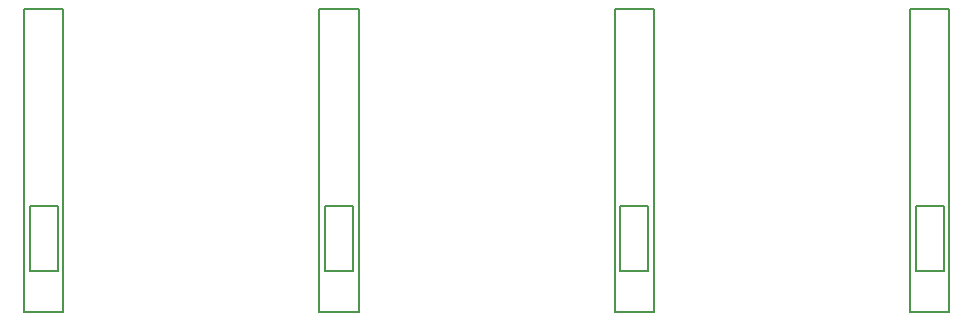
<source format=gbr>
G04 DipTrace 3.3.1.3*
G04 TopSilk.gbr*
%MOIN*%
G04 #@! TF.FileFunction,Legend,Top*
G04 #@! TF.Part,Single*
%ADD34C,0.005906*%
%FSLAX26Y26*%
G04*
G70*
G90*
G75*
G01*
G04 TopSilk*
%LPD*%
X810838Y871657D2*
D34*
X942087D1*
Y1884249D1*
X810838D1*
Y871657D1*
X829566Y1009248D2*
X923321D1*
Y1227967D1*
X829566D1*
Y1009248D1*
X1795090Y871657D2*
X1926339D1*
Y1884249D1*
X1795090D1*
Y871657D1*
X1813818Y1009248D2*
X1907573D1*
Y1227967D1*
X1813818D1*
Y1009248D1*
X2779342Y871657D2*
X2910591D1*
Y1884249D1*
X2779342D1*
Y871657D1*
X2798070Y1009248D2*
X2891825D1*
Y1227967D1*
X2798070D1*
Y1009248D1*
X3763594Y871657D2*
X3894843D1*
Y1884249D1*
X3763594D1*
Y871657D1*
X3782322Y1009248D2*
X3876077D1*
Y1227967D1*
X3782322D1*
Y1009248D1*
M02*

</source>
